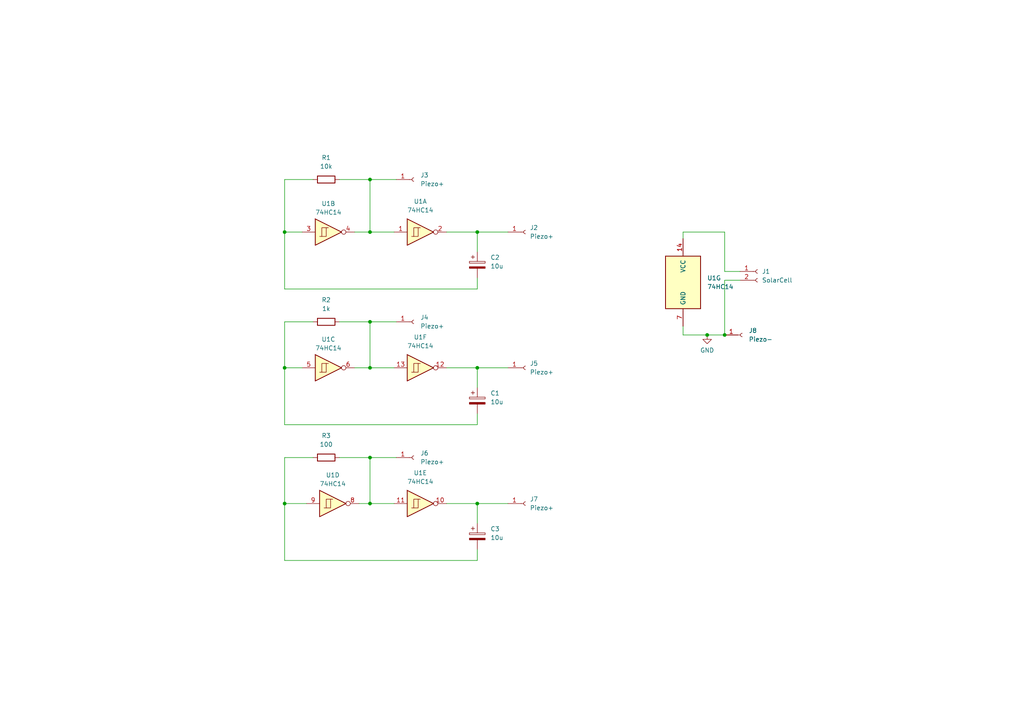
<source format=kicad_sch>
(kicad_sch (version 20230121) (generator eeschema)
  (paper "A4")
  (lib_symbols
    (symbol "74xx:74HC14" (pin_names (offset 1.016))
      (property "Reference" "U" (at 0 1.27 0))
      (property "Value" "74HC14" (at 0 -1.27 0))
      (symbol "74HC14_1_0"
        (polyline (pts (xy -3.81 3.81) (xy -3.81 -3.81) (xy 3.81 0) (xy -3.81 3.81)) (stroke (width 0.254)) (fill (type background)))
        (pin input line (at -7.62 0 0) (length 3.81) (name "~") (number "1"))
        (pin output inverted (at 7.62 0 180) (length 3.81) (name "~") (number "2"))
      )
      (symbol "74HC14_1_1"
        (polyline (pts (xy -1.905 -1.27) (xy -1.905 1.27) (xy -0.635 1.27)))
        (polyline (pts (xy -2.54 -1.27) (xy -0.635 -1.27) (xy -0.635 1.27) (xy 0 1.27)))
      )
      (symbol "74HC14_2_0"
        (polyline (pts (xy -3.81 3.81) (xy -3.81 -3.81) (xy 3.81 0) (xy -3.81 3.81)) (stroke (width 0.254)) (fill (type background)))
        (pin input line (at -7.62 0 0) (length 3.81) (name "~") (number "3"))
        (pin output inverted (at 7.62 0 180) (length 3.81) (name "~") (number "4"))
      )
      (symbol "74HC14_2_1"
        (polyline (pts (xy -1.905 -1.27) (xy -1.905 1.27) (xy -0.635 1.27)))
        (polyline (pts (xy -2.54 -1.27) (xy -0.635 -1.27) (xy -0.635 1.27) (xy 0 1.27)))
      )
      (symbol "74HC14_3_0"
        (polyline (pts (xy -3.81 3.81) (xy -3.81 -3.81) (xy 3.81 0) (xy -3.81 3.81)) (stroke (width 0.254)) (fill (type background)))
        (pin input line (at -7.62 0 0) (length 3.81) (name "~") (number "5"))
        (pin output inverted (at 7.62 0 180) (length 3.81) (name "~") (number "6"))
      )
      (symbol "74HC14_3_1"
        (polyline (pts (xy -1.905 -1.27) (xy -1.905 1.27) (xy -0.635 1.27)))
        (polyline (pts (xy -2.54 -1.27) (xy -0.635 -1.27) (xy -0.635 1.27) (xy 0 1.27)))
      )
      (symbol "74HC14_4_0"
        (polyline (pts (xy -3.81 3.81) (xy -3.81 -3.81) (xy 3.81 0) (xy -3.81 3.81)) (stroke (width 0.254)) (fill (type background)))
        (pin output inverted (at 7.62 0 180) (length 3.81) (name "~") (number "8"))
        (pin input line (at -7.62 0 0) (length 3.81) (name "~") (number "9"))
      )
      (symbol "74HC14_4_1"
        (polyline (pts (xy -1.905 -1.27) (xy -1.905 1.27) (xy -0.635 1.27)))
        (polyline (pts (xy -2.54 -1.27) (xy -0.635 -1.27) (xy -0.635 1.27) (xy 0 1.27)))
      )
      (symbol "74HC14_5_0"
        (polyline (pts (xy -3.81 3.81) (xy -3.81 -3.81) (xy 3.81 0) (xy -3.81 3.81)) (stroke (width 0.254)) (fill (type background)))
        (pin output inverted (at 7.62 0 180) (length 3.81) (name "~") (number "10"))
        (pin input line (at -7.62 0 0) (length 3.81) (name "~") (number "11"))
      )
      (symbol "74HC14_5_1"
        (polyline (pts (xy -1.905 -1.27) (xy -1.905 1.27) (xy -0.635 1.27)))
        (polyline (pts (xy -2.54 -1.27) (xy -0.635 -1.27) (xy -0.635 1.27) (xy 0 1.27)))
      )
      (symbol "74HC14_6_0"
        (polyline (pts (xy -3.81 3.81) (xy -3.81 -3.81) (xy 3.81 0) (xy -3.81 3.81)) (stroke (width 0.254)) (fill (type background)))
        (pin output inverted (at 7.62 0 180) (length 3.81) (name "~") (number "12"))
        (pin input line (at -7.62 0 0) (length 3.81) (name "~") (number "13"))
      )
      (symbol "74HC14_6_1"
        (polyline (pts (xy -1.905 -1.27) (xy -1.905 1.27) (xy -0.635 1.27)))
        (polyline (pts (xy -2.54 -1.27) (xy -0.635 -1.27) (xy -0.635 1.27) (xy 0 1.27)))
      )
      (symbol "74HC14_7_0"
        (pin power_in line (at 0 12.7 270) (length 5.08) (name "VCC") (number "14"))
        (pin power_in line (at 0 -12.7 90) (length 5.08) (name "GND") (number "7"))
      )
      (symbol "74HC14_7_1"
        (rectangle (start -5.08 7.62) (end 5.08 -7.62) (stroke (width 0.254)) (fill (type background)))
      )
    )
    (symbol "Connector:Conn_01x01_Socket" (pin_names (offset 1.016) hide)
      (property "Reference" "J" (at 0 2.54 0))
      (property "Value" "Conn_01x01_Socket" (at 0 -2.54 0))
      (symbol "Conn_01x01_Socket_1_1"
        (polyline (pts (xy -1.27 0) (xy -0.508 0)) (stroke (width 0.1524)))
        (arc (start 0 0.508) (mid -0.5058 0) (end 0 -0.508) (stroke (width 0.1524)))
        (pin passive line (at -5.08 0 0) (length 3.81) (name "Pin_1") (number "1"))
      )
    )
    (symbol "Connector:Conn_01x02_Socket" (pin_names (offset 1.016) hide)
      (property "Reference" "J" (at 0 2.54 0))
      (property "Value" "Conn_01x02_Socket" (at 0 -5.08 0))
      (symbol "Conn_01x02_Socket_1_1"
        (arc (start 0 -2.032) (mid -0.5058 -2.54) (end 0 -3.048) (stroke (width 0.1524)))
        (polyline (pts (xy -1.27 -2.54) (xy -0.508 -2.54)) (stroke (width 0.1524)))
        (polyline (pts (xy -1.27 0) (xy -0.508 0)) (stroke (width 0.1524)))
        (arc (start 0 0.508) (mid -0.5058 0) (end 0 -0.508) (stroke (width 0.1524)))
        (pin passive line (at -5.08 0 0) (length 3.81) (name "Pin_1") (number "1"))
        (pin passive line (at -5.08 -2.54 0) (length 3.81) (name "Pin_2") (number "2"))
      )
    )
    (symbol "Device:C_Polarized" (pin_numbers hide) (pin_names (offset 0.254))
      (property "Reference" "C" (at 0.635 2.54 0))
      (property "Value" "C_Polarized" (at 0.635 -2.54 0))
      (symbol "C_Polarized_0_1"
        (rectangle (start -2.286 0.508) (end 2.286 1.016))
        (polyline (pts (xy -1.778 2.286) (xy -0.762 2.286)))
        (polyline (pts (xy -1.27 2.794) (xy -1.27 1.778)))
        (rectangle (start 2.286 -0.508) (end -2.286 -1.016) (fill (type outline)))
      )
      (symbol "C_Polarized_1_1"
        (pin passive line (at 0 3.81 270) (length 2.794) (name "~") (number "1"))
        (pin passive line (at 0 -3.81 90) (length 2.794) (name "~") (number "2"))
      )
    )
    (symbol "Device:R" (pin_numbers hide) (pin_names (offset 0))
      (property "Reference" "R" (at 2.032 0 90))
      (property "Value" "R" (at 0 0 90))
      (symbol "R_0_1"
        (rectangle (start -1.016 -2.54) (end 1.016 2.54) (stroke (width 0.254)))
      )
      (symbol "R_1_1"
        (pin passive line (at 0 3.81 270) (length 1.27) (name "~") (number "1"))
        (pin passive line (at 0 -3.81 90) (length 1.27) (name "~") (number "2"))
      )
    )
    (symbol "power:GND" (power) (pin_names (offset 0))
      (property "Value" "GND" (at 0 -3.81 0))
      (symbol "GND_0_1"
        (polyline (pts (xy 0 0) (xy 0 -1.27) (xy 1.27 -1.27) (xy 0 -2.54) (xy -1.27 -1.27) (xy 0 -1.27)))
      )
      (symbol "GND_1_1"
        (pin power_in line (at 0 0 270) (length 0) hide (name "GND") (number "1"))
      )
    )
  )
  (junction (at 138.43 67.31))
  (junction (at 107.315 106.68))
  (junction (at 138.43 106.68))
  (junction (at 210.185 97.155))
  (junction (at 82.55 67.31))
  (junction (at 107.315 132.715))
  (junction (at 107.315 93.345))
  (junction (at 107.315 146.05))
  (junction (at 82.55 146.05))
  (junction (at 107.315 67.31))
  (junction (at 205.105 97.155))
  (junction (at 82.55 106.68))
  (junction (at 107.315 52.07))
  (junction (at 138.43 146.05))
  (wire (pts (xy 210.185 78.74) (xy 210.185 67.31)))
  (wire (pts (xy 138.43 106.68) (xy 138.43 112.395)))
  (wire (pts (xy 107.315 106.68) (xy 114.3 106.68)))
  (wire (pts (xy 210.185 97.155) (xy 210.185 81.28)))
  (wire (pts (xy 198.12 67.31) (xy 198.12 69.215)))
  (wire (pts (xy 107.315 93.345) (xy 98.425 93.345)))
  (wire (pts (xy 138.43 146.05) (xy 138.43 151.765)))
  (wire (pts (xy 102.87 106.68) (xy 107.315 106.68)))
  (wire (pts (xy 107.315 52.07) (xy 98.425 52.07)))
  (wire (pts (xy 138.43 67.31) (xy 147.32 67.31)))
  (wire (pts (xy 82.55 67.31) (xy 87.63 67.31)))
  (wire (pts (xy 82.55 123.19) (xy 82.55 106.68)))
  (wire (pts (xy 90.805 132.715) (xy 82.55 132.715)))
  (wire (pts (xy 82.55 162.56) (xy 138.43 162.56)))
  (wire (pts (xy 107.315 93.345) (xy 114.935 93.345)))
  (wire (pts (xy 87.63 106.68) (xy 82.55 106.68)))
  (wire (pts (xy 107.315 67.31) (xy 102.87 67.31)))
  (wire (pts (xy 82.55 146.05) (xy 88.9 146.05)))
  (wire (pts (xy 138.43 162.56) (xy 138.43 159.385)))
  (wire (pts (xy 205.105 97.155) (xy 210.185 97.155)))
  (wire (pts (xy 107.315 132.715) (xy 98.425 132.715)))
  (wire (pts (xy 198.12 94.615) (xy 198.12 97.155)))
  (wire (pts (xy 107.315 52.07) (xy 114.935 52.07)))
  (wire (pts (xy 107.315 132.715) (xy 107.315 146.05)))
  (wire (pts (xy 82.55 52.07) (xy 82.55 67.31)))
  (wire (pts (xy 82.55 146.05) (xy 82.55 162.56)))
  (wire (pts (xy 138.43 123.19) (xy 138.43 120.015)))
  (wire (pts (xy 138.43 83.82) (xy 138.43 80.645)))
  (wire (pts (xy 90.805 93.345) (xy 82.55 93.345)))
  (wire (pts (xy 107.315 67.31) (xy 114.3 67.31)))
  (wire (pts (xy 82.55 83.82) (xy 82.55 67.31)))
  (wire (pts (xy 129.54 106.68) (xy 138.43 106.68)))
  (wire (pts (xy 82.55 123.19) (xy 138.43 123.19)))
  (wire (pts (xy 107.315 132.715) (xy 114.935 132.715)))
  (wire (pts (xy 210.185 67.31) (xy 198.12 67.31)))
  (wire (pts (xy 210.185 81.28) (xy 214.63 81.28)))
  (wire (pts (xy 138.43 106.68) (xy 147.32 106.68)))
  (wire (pts (xy 138.43 67.31) (xy 138.43 73.025)))
  (wire (pts (xy 107.315 67.31) (xy 107.315 52.07)))
  (wire (pts (xy 214.63 78.74) (xy 210.185 78.74)))
  (wire (pts (xy 104.14 146.05) (xy 107.315 146.05)))
  (wire (pts (xy 107.315 93.345) (xy 107.315 106.68)))
  (wire (pts (xy 90.805 52.07) (xy 82.55 52.07)))
  (wire (pts (xy 129.54 67.31) (xy 138.43 67.31)))
  (wire (pts (xy 198.12 97.155) (xy 205.105 97.155)))
  (wire (pts (xy 82.55 93.345) (xy 82.55 106.68)))
  (wire (pts (xy 82.55 83.82) (xy 138.43 83.82)))
  (wire (pts (xy 129.54 146.05) (xy 138.43 146.05)))
  (wire (pts (xy 107.315 146.05) (xy 114.3 146.05)))
  (wire (pts (xy 138.43 146.05) (xy 147.32 146.05)))
  (wire (pts (xy 82.55 132.715) (xy 82.55 146.05)))
  (symbol (lib_id "74xx:74HC14") (at 95.25 67.31 0) (unit 2)
    (property "Reference" "U1" (at 95.25 59.055 0))
    (property "Value" "74HC14" (at 95.25 61.595 0))
    (property "Footprint" "Package_DIP:DIP-14_W7.62mm_LongPads" (effects hide))
    (property "Datasheet" "http://www.ti.com/lit/gpn/sn74HC14" (effects hide))
  )
  (symbol (lib_id "power:GND") (at 205.105 97.155 0) (unit 1)
    (property "Reference" "#PWR01" (effects hide))
    (property "Value" "GND" (at 205.105 101.6 0))
  )
  (symbol (lib_id "Connector:Conn_01x01_Socket") (at 152.4 106.68 0) (unit 1)
    (property "Reference" "J5" (at 153.67 105.41 0) (effects (justify left)))
    (property "Value" "Piezo+" (at 153.67 107.95 0) (effects (justify left)))
    (property "Footprint" "Connector_PinHeader_2.54mm:PinHeader_1x01_P2.54mm_Vertical" (effects hide))
  )
  (symbol (lib_id "Device:R") (at 94.615 93.345 90) (unit 1)
    (property "Reference" "R2" (at 94.615 86.995 90))
    (property "Value" "1k" (at 94.615 89.535 90))
    (property "Footprint" "Resistor_THT:R_Axial_DIN0207_L6.3mm_D2.5mm_P10.16mm_Horizontal" (effects hide))
  )
  (symbol (lib_id "74xx:74HC14") (at 96.52 146.05 0) (unit 4)
    (property "Reference" "U1" (at 96.52 137.795 0))
    (property "Value" "74HC14" (at 96.52 140.335 0))
    (property "Footprint" "Package_DIP:DIP-14_W7.62mm_LongPads" (effects hide))
    (property "Datasheet" "http://www.ti.com/lit/gpn/sn74HC14" (effects hide))
  )
  (symbol (lib_id "74xx:74HC14") (at 121.92 106.68 0) (unit 6)
    (property "Reference" "U1" (at 121.92 97.79 0))
    (property "Value" "74HC14" (at 121.92 100.33 0))
    (property "Footprint" "Package_DIP:DIP-14_W7.62mm_LongPads" (effects hide))
    (property "Datasheet" "http://www.ti.com/lit/gpn/sn74HC14" (effects hide))
  )
  (symbol (lib_id "74xx:74HC14") (at 198.12 81.915 0) (unit 7)
    (property "Reference" "U1" (at 205.105 80.645 0) (effects (justify left)))
    (property "Value" "74HC14" (at 205.105 83.185 0) (effects (justify left)))
    (property "Footprint" "Package_DIP:DIP-14_W7.62mm_LongPads" (effects hide))
    (property "Datasheet" "http://www.ti.com/lit/gpn/sn74HC14" (effects hide))
  )
  (symbol (lib_id "Device:R") (at 94.615 52.07 90) (unit 1)
    (property "Reference" "R1" (at 94.615 45.72 90))
    (property "Value" "10k" (at 94.615 48.26 90))
    (property "Footprint" "Resistor_THT:R_Axial_DIN0207_L6.3mm_D2.5mm_P10.16mm_Horizontal" (effects hide))
  )
  (symbol (lib_id "Connector:Conn_01x01_Socket") (at 152.4 146.05 0) (unit 1)
    (property "Reference" "J7" (at 153.67 144.78 0) (effects (justify left)))
    (property "Value" "Piezo+" (at 153.67 147.32 0) (effects (justify left)))
    (property "Footprint" "Connector_PinHeader_2.54mm:PinHeader_1x01_P2.54mm_Vertical" (effects hide))
  )
  (symbol (lib_id "Connector:Conn_01x01_Socket") (at 120.015 52.07 0) (unit 1)
    (property "Reference" "J3" (at 121.92 50.8 0) (effects (justify left)))
    (property "Value" "Piezo+" (at 121.92 53.34 0) (effects (justify left)))
    (property "Footprint" "Connector_PinHeader_2.54mm:PinHeader_1x01_P2.54mm_Vertical" (effects hide))
  )
  (symbol (lib_id "74xx:74HC14") (at 121.92 67.31 0) (unit 1)
    (property "Reference" "U1" (at 121.92 58.42 0))
    (property "Value" "74HC14" (at 121.92 60.96 0))
    (property "Footprint" "Package_DIP:DIP-14_W7.62mm_LongPads" (effects hide))
    (property "Datasheet" "http://www.ti.com/lit/gpn/sn74HC14" (effects hide))
  )
  (symbol (lib_id "Device:R") (at 94.615 132.715 90) (unit 1)
    (property "Reference" "R3" (at 94.615 126.365 90))
    (property "Value" "100" (at 94.615 128.905 90))
    (property "Footprint" "Resistor_THT:R_Axial_DIN0207_L6.3mm_D2.5mm_P10.16mm_Horizontal" (effects hide))
  )
  (symbol (lib_id "Device:C_Polarized") (at 138.43 155.575 0) (unit 1)
    (property "Reference" "C3" (at 142.24 153.416 0) (effects (justify left)))
    (property "Value" "10u" (at 142.24 155.956 0) (effects (justify left)))
    (property "Footprint" "Capacitor_THT:CP_Radial_D5.0mm_P2.50mm" (effects hide))
  )
  (symbol (lib_id "Device:C_Polarized") (at 138.43 116.205 0) (unit 1)
    (property "Reference" "C1" (at 142.24 114.046 0) (effects (justify left)))
    (property "Value" "10u" (at 142.24 116.586 0) (effects (justify left)))
    (property "Footprint" "Capacitor_THT:CP_Radial_D5.0mm_P2.50mm" (effects hide))
  )
  (symbol (lib_id "Connector:Conn_01x02_Socket") (at 219.71 78.74 0) (unit 1)
    (property "Reference" "J1" (at 220.98 78.74 0) (effects (justify left)))
    (property "Value" "SolarCell" (at 220.98 81.28 0) (effects (justify left)))
    (property "Footprint" "Connector_PinHeader_2.54mm:PinHeader_1x02_P2.54mm_Vertical" (effects hide))
  )
  (symbol (lib_id "Connector:Conn_01x01_Socket") (at 152.4 67.31 0) (unit 1)
    (property "Reference" "J2" (at 153.67 66.04 0) (effects (justify left)))
    (property "Value" "Piezo+" (at 153.67 68.58 0) (effects (justify left)))
    (property "Footprint" "Connector_PinHeader_2.54mm:PinHeader_1x01_P2.54mm_Vertical" (effects hide))
  )
  (symbol (lib_id "Connector:Conn_01x01_Socket") (at 215.265 97.155 0) (unit 1)
    (property "Reference" "J8" (at 217.17 95.885 0) (effects (justify left)))
    (property "Value" "Piezo-" (at 217.17 98.425 0) (effects (justify left)))
    (property "Footprint" "Connector_PinHeader_2.54mm:PinHeader_1x01_P2.54mm_Vertical" (effects hide))
  )
  (symbol (lib_id "74xx:74HC14") (at 95.25 106.68 0) (unit 3)
    (property "Reference" "U1" (at 95.25 98.425 0))
    (property "Value" "74HC14" (at 95.25 100.965 0))
    (property "Footprint" "Package_DIP:DIP-14_W7.62mm_LongPads" (effects hide))
    (property "Datasheet" "http://www.ti.com/lit/gpn/sn74HC14" (effects hide))
  )
  (symbol (lib_id "Device:C_Polarized") (at 138.43 76.835 0) (unit 1)
    (property "Reference" "C2" (at 142.24 74.676 0) (effects (justify left)))
    (property "Value" "10u" (at 142.24 77.216 0) (effects (justify left)))
    (property "Footprint" "Capacitor_THT:CP_Radial_D5.0mm_P2.50mm" (effects hide))
  )
  (symbol (lib_id "Connector:Conn_01x01_Socket") (at 120.015 132.715 0) (unit 1)
    (property "Reference" "J6" (at 121.92 131.445 0) (effects (justify left)))
    (property "Value" "Piezo+" (at 121.92 133.985 0) (effects (justify left)))
    (property "Footprint" "Connector_PinHeader_2.54mm:PinHeader_1x01_P2.54mm_Vertical" (effects hide))
  )
  (symbol (lib_id "74xx:74HC14") (at 121.92 146.05 0) (unit 5)
    (property "Reference" "U1" (at 121.92 137.16 0))
    (property "Value" "74HC14" (at 121.92 139.7 0))
    (property "Footprint" "Package_DIP:DIP-14_W7.62mm_LongPads" (effects hide))
    (property "Datasheet" "http://www.ti.com/lit/gpn/sn74HC14" (effects hide))
  )
  (symbol (lib_id "Connector:Conn_01x01_Socket") (at 120.015 93.345 0) (unit 1)
    (property "Reference" "J4" (at 121.92 92.075 0) (effects (justify left)))
    (property "Value" "Piezo+" (at 121.92 94.615 0) (effects (justify left)))
    (property "Footprint" "Connector_PinHeader_2.54mm:PinHeader_1x01_P2.54mm_Vertical" (effects hide))
  )
)
</source>
